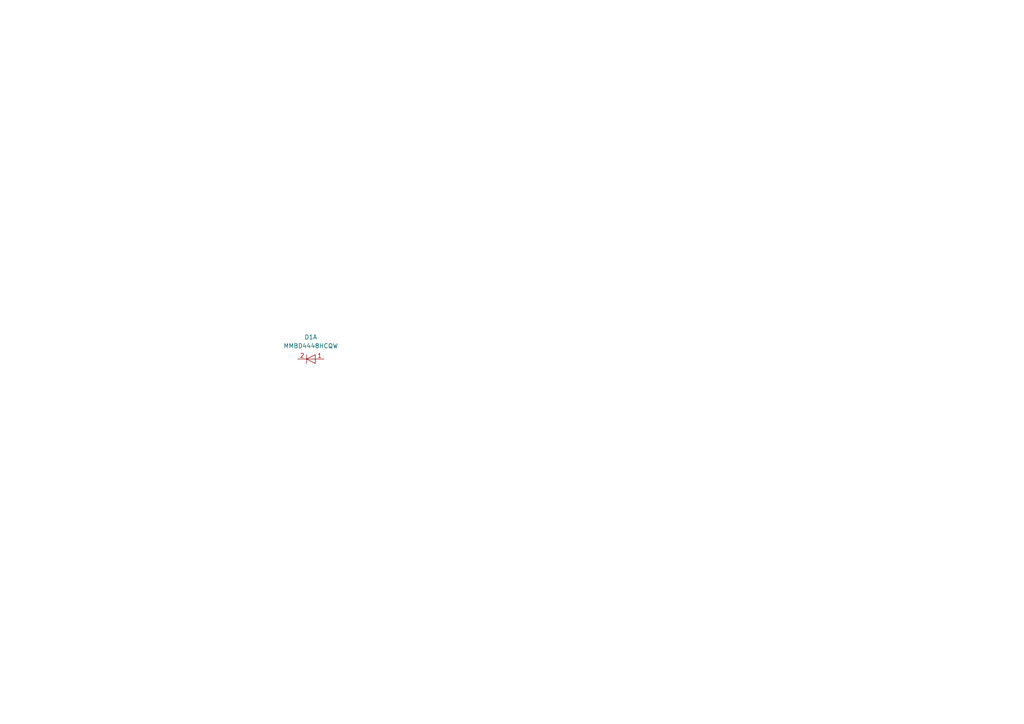
<source format=kicad_sch>
(kicad_sch (version 20250114) (generator "eeschema") (generator_version "9.0")
  (paper "A4")
  (lib_symbols
    (symbol "Diode:MMBD4448HCQW" (pin_names (offset 1.016) (hide yes))
      (property "Reference" "D" (at 0 2.54 0))
      (property "Value" "MMBD4448HCQW" (at 0 -2.54 0))
      (symbol "MMBD4448HCQW_0_1"
        (polyline (pts (xy -1.27 1.27) (xy -1.27 -1.27)) (stroke (width 0.1524)))
        (polyline (pts (xy 1.27 1.27) (xy -1.27 0) (xy 1.27 -1.27)))
        (polyline (pts (xy 1.27 0) (xy -1.27 0)))
        (polyline (pts (xy 1.27 -1.27) (xy 1.27 1.27)))
      )
      (symbol "MMBD4448HCQW_1_1"
        (pin passive line (at -3.81 0 0) (length 2.54) (name "K") (number "2"))
        (pin passive line (at 3.81 0 180) (length 2.54) (name "A") (number "1"))
      )
      (symbol "MMBD4448HCQW_2_1"
        (pin passive line (at -3.81 0 0) (length 2.54) (name "K") (number "2"))
        (pin passive line (at 3.81 0 180) (length 2.54) (name "A") (number "3"))
      )
      (symbol "MMBD4448HCQW_3_1"
        (pin passive line (at -3.81 0 0) (length 2.54) (name "K") (number "2"))
        (pin passive line (at 3.81 0 180) (length 2.54) (name "A") (number "4"))
      )
      (symbol "MMBD4448HCQW_4_1"
        (pin passive line (at -3.81 0 0) (length 2.54) (name "K") (number "2"))
        (pin passive line (at 3.81 0 180) (length 2.54) (name "A") (number "5"))
      )
    )
  )
  (symbol (lib_id "Diode:MMBD4448HCQW") (at 90.17 104.14 0) (unit 1)
    (property "Reference" "D1" (at 90.1319 97.79 0))
    (property "Value" "MMBD4448HCQW" (at 90.1319 100.33 0))
    (property "Footprint" "Package_TO_SOT_SMD:SOT-353_SC-70-5" (effects (hide yes)))
    (property "Datasheet" "http://www.diodes.com/datasheets/ds30153.pdf" (effects (hide yes)))
    (property "Description" "Quad Switching Diode Array Common Cathode" (effects (hide yes)))
  )
)
</source>
